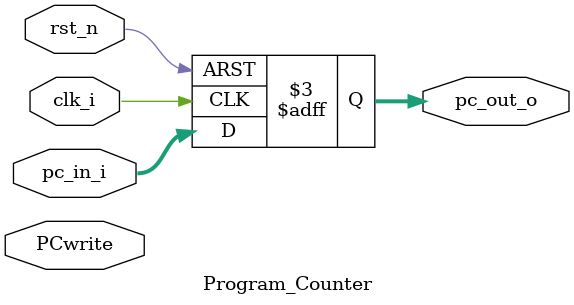
<source format=v>
module Program_Counter( clk_i, rst_n, pc_in_i, pc_out_o, PCwrite);
     
//I/O ports
input           clk_i, PCwrite;
input	        rst_n;
input  [32-1:0] pc_in_i;
output [32-1:0] pc_out_o;
 
//Internal Signals
reg    [32-1:0] pc_out_o;
//Main function
always @(posedge clk_i or negedge rst_n ) begin
    if(~rst_n)
	    pc_out_o <= 0;
	else
	    pc_out_o <= pc_in_i;
end


endmodule
</source>
